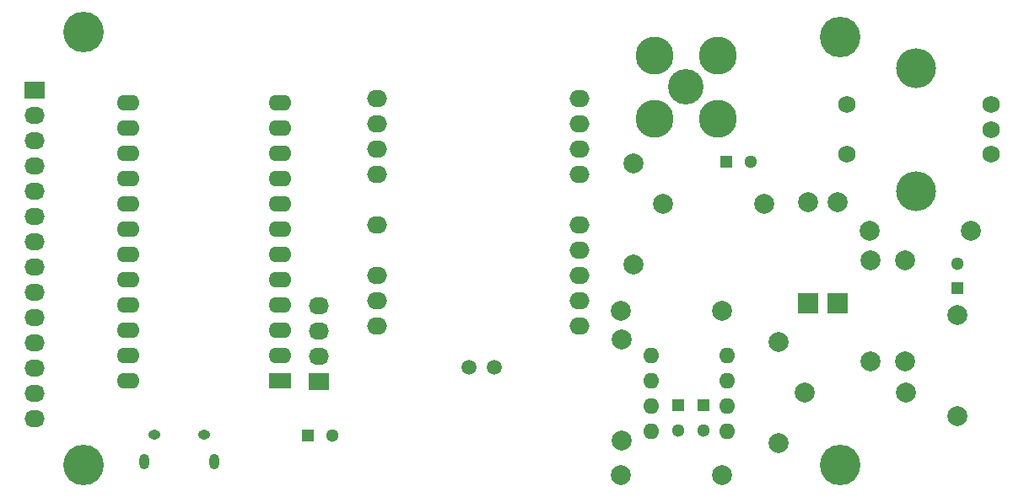
<source format=gbr>
G04 #@! TF.FileFunction,Soldermask,Top*
%FSLAX46Y46*%
G04 Gerber Fmt 4.6, Leading zero omitted, Abs format (unit mm)*
G04 Created by KiCad (PCBNEW 4.0.6) date 2017 May 09, Tuesday 22:38:20*
%MOMM*%
%LPD*%
G01*
G04 APERTURE LIST*
%ADD10C,0.100000*%
%ADD11O,2.000000X1.720000*%
%ADD12O,1.250000X0.950000*%
%ADD13O,1.000000X1.550000*%
%ADD14C,4.064000*%
%ADD15C,1.501140*%
%ADD16R,1.300000X1.300000*%
%ADD17C,1.300000*%
%ADD18C,1.998980*%
%ADD19R,1.998980X1.998980*%
%ADD20C,1.750000*%
%ADD21O,4.000000X4.000000*%
%ADD22O,1.600000X1.600000*%
%ADD23R,2.286000X1.574800*%
%ADD24O,2.286000X1.574800*%
%ADD25C,3.810000*%
%ADD26C,3.556000*%
%ADD27R,2.032000X1.727200*%
%ADD28O,2.032000X1.727200*%
G04 APERTURE END LIST*
D10*
D11*
X126440000Y-93660000D03*
X126440000Y-96200000D03*
X126440000Y-98740000D03*
X126440000Y-101280000D03*
X126440000Y-106360000D03*
X126440000Y-111440000D03*
X126440000Y-113980000D03*
X126440000Y-116520000D03*
X146760000Y-93660000D03*
X146760000Y-96200000D03*
X146760000Y-98740000D03*
X146760000Y-101280000D03*
X146760000Y-106360000D03*
X146760000Y-108900000D03*
X146760000Y-111440000D03*
X146760000Y-113980000D03*
X146760000Y-116520000D03*
D12*
X109100900Y-127437460D03*
X104100900Y-127437460D03*
D13*
X110100900Y-130137460D03*
X103100900Y-130137460D03*
D14*
X97000000Y-87000000D03*
X97000000Y-130500000D03*
X173000000Y-87500000D03*
X173000000Y-130500000D03*
D15*
X138240000Y-120700000D03*
X135700000Y-120700000D03*
D16*
X159250000Y-124500000D03*
D17*
X159250000Y-127000000D03*
D16*
X156750000Y-124500000D03*
D17*
X156750000Y-127000000D03*
D16*
X184750000Y-112750000D03*
D17*
X184750000Y-110250000D03*
D16*
X161500000Y-100000000D03*
D17*
X164000000Y-100000000D03*
D16*
X119500000Y-127500000D03*
D17*
X122000000Y-127500000D03*
D18*
X169747460Y-104090000D03*
D19*
X169747460Y-114250000D03*
D18*
X172747460Y-104090000D03*
D19*
X172747460Y-114250000D03*
D20*
X188100000Y-99300000D03*
X188100000Y-94300000D03*
X188100000Y-96800000D03*
X173600000Y-94300000D03*
X173600000Y-99300000D03*
D21*
X180600000Y-90600000D03*
X180600000Y-103000000D03*
D22*
X154000000Y-119500000D03*
X154000000Y-122040000D03*
X154000000Y-124580000D03*
X154000000Y-127120000D03*
X161620000Y-127120000D03*
X161620000Y-124580000D03*
X161620000Y-122040000D03*
X161620000Y-119500000D03*
D23*
X116710000Y-122070000D03*
D24*
X116710000Y-119530000D03*
X116710000Y-116990000D03*
X116710000Y-114450000D03*
X116710000Y-111910000D03*
X116710000Y-109370000D03*
X116710000Y-106830000D03*
X116710000Y-104290000D03*
X116710000Y-101750000D03*
X116710000Y-99210000D03*
X116710000Y-96670000D03*
X116710000Y-94130000D03*
X101470000Y-94130000D03*
X101470000Y-96670000D03*
X101470000Y-99210000D03*
X101470000Y-101750000D03*
X101470000Y-104290000D03*
X101470000Y-106830000D03*
X101470000Y-109370000D03*
X101470000Y-111910000D03*
X101470000Y-114450000D03*
X101470000Y-116990000D03*
X101470000Y-119530000D03*
X101470000Y-122070000D03*
D25*
X154325000Y-89325000D03*
D26*
X157500000Y-92500000D03*
D25*
X160675000Y-89325000D03*
X154325000Y-95675000D03*
X160675000Y-95675000D03*
D27*
X92100000Y-92800000D03*
D28*
X92100000Y-95340000D03*
X92100000Y-97880000D03*
X92100000Y-100420000D03*
X92100000Y-102960000D03*
X92100000Y-105500000D03*
X92100000Y-108040000D03*
X92100000Y-110580000D03*
X92100000Y-113120000D03*
X92100000Y-115660000D03*
X92100000Y-118200000D03*
X92100000Y-120740000D03*
X92100000Y-123280000D03*
X92100000Y-125820000D03*
D27*
X120600000Y-122100000D03*
D28*
X120600000Y-119560000D03*
X120600000Y-117020000D03*
X120600000Y-114480000D03*
D18*
X150920000Y-115000000D03*
X161080000Y-115000000D03*
X175920000Y-107000000D03*
X186080000Y-107000000D03*
X176000000Y-120080000D03*
X176000000Y-109920000D03*
X179500000Y-120080000D03*
X179500000Y-109920000D03*
X152250000Y-100170000D03*
X152250000Y-110330000D03*
X184750000Y-125580000D03*
X184750000Y-115420000D03*
X169420000Y-123250000D03*
X179580000Y-123250000D03*
X155170000Y-104250000D03*
X165330000Y-104250000D03*
X161080000Y-131500000D03*
X150920000Y-131500000D03*
X166800000Y-118120000D03*
X166800000Y-128280000D03*
X151000000Y-117920000D03*
X151000000Y-128080000D03*
M02*

</source>
